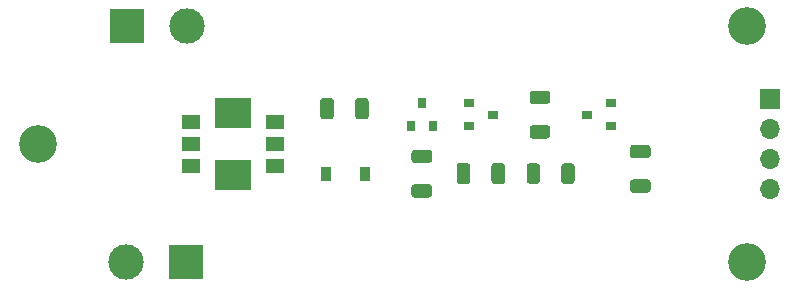
<source format=gbr>
G04 #@! TF.GenerationSoftware,KiCad,Pcbnew,5.1.10-88a1d61d58~90~ubuntu21.04.1*
G04 #@! TF.CreationDate,2021-08-24T09:46:03+02:00*
G04 #@! TF.ProjectId,Detector_SMD_AD,44657465-6374-46f7-925f-534d445f4144,rev?*
G04 #@! TF.SameCoordinates,Original*
G04 #@! TF.FileFunction,Soldermask,Top*
G04 #@! TF.FilePolarity,Negative*
%FSLAX46Y46*%
G04 Gerber Fmt 4.6, Leading zero omitted, Abs format (unit mm)*
G04 Created by KiCad (PCBNEW 5.1.10-88a1d61d58~90~ubuntu21.04.1) date 2021-08-24 09:46:03*
%MOMM*%
%LPD*%
G01*
G04 APERTURE LIST*
%ADD10O,1.700000X1.700000*%
%ADD11R,1.700000X1.700000*%
%ADD12C,3.200000*%
%ADD13R,0.900000X0.800000*%
%ADD14R,0.800000X0.900000*%
%ADD15C,3.000000*%
%ADD16R,3.000000X3.000000*%
%ADD17R,0.900000X1.200000*%
%ADD18R,3.048000X2.540000*%
%ADD19R,1.524000X1.270000*%
G04 APERTURE END LIST*
D10*
X107000000Y-53830000D03*
X107000000Y-51290000D03*
X107000000Y-48750000D03*
D11*
X107000000Y-46210000D03*
G36*
G01*
X86874999Y-48400000D02*
X88125001Y-48400000D01*
G75*
G02*
X88375000Y-48649999I0J-249999D01*
G01*
X88375000Y-49275001D01*
G75*
G02*
X88125001Y-49525000I-249999J0D01*
G01*
X86874999Y-49525000D01*
G75*
G02*
X86625000Y-49275001I0J249999D01*
G01*
X86625000Y-48649999D01*
G75*
G02*
X86874999Y-48400000I249999J0D01*
G01*
G37*
G36*
G01*
X86874999Y-45475000D02*
X88125001Y-45475000D01*
G75*
G02*
X88375000Y-45724999I0J-249999D01*
G01*
X88375000Y-46350001D01*
G75*
G02*
X88125001Y-46600000I-249999J0D01*
G01*
X86874999Y-46600000D01*
G75*
G02*
X86625000Y-46350001I0J249999D01*
G01*
X86625000Y-45724999D01*
G75*
G02*
X86874999Y-45475000I249999J0D01*
G01*
G37*
G36*
G01*
X95374999Y-52987500D02*
X96625001Y-52987500D01*
G75*
G02*
X96875000Y-53237499I0J-249999D01*
G01*
X96875000Y-53862501D01*
G75*
G02*
X96625001Y-54112500I-249999J0D01*
G01*
X95374999Y-54112500D01*
G75*
G02*
X95125000Y-53862501I0J249999D01*
G01*
X95125000Y-53237499D01*
G75*
G02*
X95374999Y-52987500I249999J0D01*
G01*
G37*
G36*
G01*
X95374999Y-50062500D02*
X96625001Y-50062500D01*
G75*
G02*
X96875000Y-50312499I0J-249999D01*
G01*
X96875000Y-50937501D01*
G75*
G02*
X96625001Y-51187500I-249999J0D01*
G01*
X95374999Y-51187500D01*
G75*
G02*
X95125000Y-50937501I0J249999D01*
G01*
X95125000Y-50312499D01*
G75*
G02*
X95374999Y-50062500I249999J0D01*
G01*
G37*
G36*
G01*
X76874999Y-53400000D02*
X78125001Y-53400000D01*
G75*
G02*
X78375000Y-53649999I0J-249999D01*
G01*
X78375000Y-54275001D01*
G75*
G02*
X78125001Y-54525000I-249999J0D01*
G01*
X76874999Y-54525000D01*
G75*
G02*
X76625000Y-54275001I0J249999D01*
G01*
X76625000Y-53649999D01*
G75*
G02*
X76874999Y-53400000I249999J0D01*
G01*
G37*
G36*
G01*
X76874999Y-50475000D02*
X78125001Y-50475000D01*
G75*
G02*
X78375000Y-50724999I0J-249999D01*
G01*
X78375000Y-51350001D01*
G75*
G02*
X78125001Y-51600000I-249999J0D01*
G01*
X76874999Y-51600000D01*
G75*
G02*
X76625000Y-51350001I0J249999D01*
G01*
X76625000Y-50724999D01*
G75*
G02*
X76874999Y-50475000I249999J0D01*
G01*
G37*
G36*
G01*
X87512500Y-51874999D02*
X87512500Y-53125001D01*
G75*
G02*
X87262501Y-53375000I-249999J0D01*
G01*
X86637499Y-53375000D01*
G75*
G02*
X86387500Y-53125001I0J249999D01*
G01*
X86387500Y-51874999D01*
G75*
G02*
X86637499Y-51625000I249999J0D01*
G01*
X87262501Y-51625000D01*
G75*
G02*
X87512500Y-51874999I0J-249999D01*
G01*
G37*
G36*
G01*
X90437500Y-51874999D02*
X90437500Y-53125001D01*
G75*
G02*
X90187501Y-53375000I-249999J0D01*
G01*
X89562499Y-53375000D01*
G75*
G02*
X89312500Y-53125001I0J249999D01*
G01*
X89312500Y-51874999D01*
G75*
G02*
X89562499Y-51625000I249999J0D01*
G01*
X90187501Y-51625000D01*
G75*
G02*
X90437500Y-51874999I0J-249999D01*
G01*
G37*
G36*
G01*
X81600000Y-51849999D02*
X81600000Y-53150001D01*
G75*
G02*
X81350001Y-53400000I-249999J0D01*
G01*
X80699999Y-53400000D01*
G75*
G02*
X80450000Y-53150001I0J249999D01*
G01*
X80450000Y-51849999D01*
G75*
G02*
X80699999Y-51600000I249999J0D01*
G01*
X81350001Y-51600000D01*
G75*
G02*
X81600000Y-51849999I0J-249999D01*
G01*
G37*
G36*
G01*
X84550000Y-51849999D02*
X84550000Y-53150001D01*
G75*
G02*
X84300001Y-53400000I-249999J0D01*
G01*
X83649999Y-53400000D01*
G75*
G02*
X83400000Y-53150001I0J249999D01*
G01*
X83400000Y-51849999D01*
G75*
G02*
X83649999Y-51600000I249999J0D01*
G01*
X84300001Y-51600000D01*
G75*
G02*
X84550000Y-51849999I0J-249999D01*
G01*
G37*
G36*
G01*
X70050000Y-46349999D02*
X70050000Y-47650001D01*
G75*
G02*
X69800001Y-47900000I-249999J0D01*
G01*
X69149999Y-47900000D01*
G75*
G02*
X68900000Y-47650001I0J249999D01*
G01*
X68900000Y-46349999D01*
G75*
G02*
X69149999Y-46100000I249999J0D01*
G01*
X69800001Y-46100000D01*
G75*
G02*
X70050000Y-46349999I0J-249999D01*
G01*
G37*
G36*
G01*
X73000000Y-46349999D02*
X73000000Y-47650001D01*
G75*
G02*
X72750001Y-47900000I-249999J0D01*
G01*
X72099999Y-47900000D01*
G75*
G02*
X71850000Y-47650001I0J249999D01*
G01*
X71850000Y-46349999D01*
G75*
G02*
X72099999Y-46100000I249999J0D01*
G01*
X72750001Y-46100000D01*
G75*
G02*
X73000000Y-46349999I0J-249999D01*
G01*
G37*
D12*
X105000000Y-60000000D03*
X105000000Y-40000000D03*
X45000000Y-50000000D03*
D13*
X83500000Y-47500000D03*
X81500000Y-48450000D03*
X81500000Y-46550000D03*
D14*
X77500000Y-46500000D03*
X78450000Y-48500000D03*
X76550000Y-48500000D03*
D13*
X91500000Y-47500000D03*
X93500000Y-46550000D03*
X93500000Y-48450000D03*
D15*
X57580000Y-40000000D03*
D16*
X52500000Y-40000000D03*
D15*
X52420000Y-60000000D03*
D16*
X57500000Y-60000000D03*
D17*
X69350000Y-52500000D03*
X72650000Y-52500000D03*
D18*
X61511199Y-52616200D03*
X61511199Y-47383800D03*
D19*
X57955199Y-51854200D03*
X57955199Y-50000000D03*
X57955199Y-48145800D03*
X65067199Y-48145800D03*
X65067199Y-50000000D03*
X65067199Y-51854200D03*
M02*

</source>
